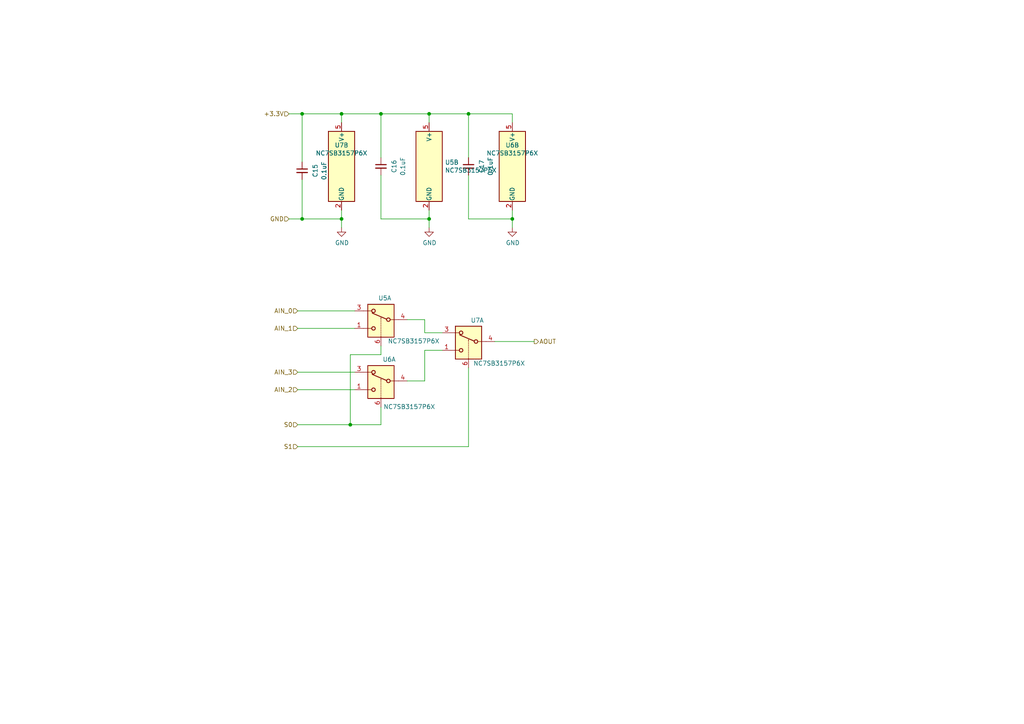
<source format=kicad_sch>
(kicad_sch (version 20210126) (generator eeschema)

  (paper "A4")

  (lib_symbols
    (symbol "Analog_Switch:NC7SB3157P6X" (pin_names (offset 0.127)) (in_bom yes) (on_board yes)
      (property "Reference" "U" (id 0) (at -3.175 4.699 0)
        (effects (font (size 1.27 1.27)) (justify left))
      )
      (property "Value" "NC7SB3157P6X" (id 1) (at -3.175 2.921 0)
        (effects (font (size 1.27 1.27)) (justify left))
      )
      (property "Footprint" "Package_TO_SOT_SMD:SOT-363_SC-70-6" (id 2) (at 0 -7.62 0)
        (effects (font (size 1.27 1.27)) hide)
      )
      (property "Datasheet" "https://www.onsemi.com/pub/Collateral/NC7SB3157-D.PDF" (id 3) (at 0 0 0)
        (effects (font (size 1.27 1.27)) hide)
      )
      (property "ki_keywords" "CMOS Analog Switch" (id 4) (at 0 0 0)
        (effects (font (size 1.27 1.27)) hide)
      )
      (property "ki_description" "Single SPDT Low-Voltage Analog Switch or 2:1 Multiplexer/De-Multiplexer Bus Switch, 10Ohm Ron, SC-70-6" (id 5) (at 0 0 0)
        (effects (font (size 1.27 1.27)) hide)
      )
      (property "ki_fp_filters" "*SC?70*" (id 6) (at 0 0 0)
        (effects (font (size 1.27 1.27)) hide)
      )
      (symbol "NC7SB3157P6X_1_1"
        (circle (center -2.159 -2.54) (radius 0.508) (stroke (width 0.254)) (fill (type none)))
        (circle (center 2.159 -5.08) (radius 0.508) (stroke (width 0.254)) (fill (type none)))
        (circle (center 2.159 0) (radius 0.508) (stroke (width 0.254)) (fill (type none)))
        (rectangle (start -3.81 1.905) (end 3.81 -7.62)
          (stroke (width 0.254)) (fill (type background))
        )
        (polyline
          (pts
            (xy -5.08 -2.54)
            (xy -2.794 -2.54)
          )
          (stroke (width 0)) (fill (type none))
        )
        (polyline
          (pts
            (xy -1.651 -2.413)
            (xy 2.54 -0.635)
          )
          (stroke (width 0.254)) (fill (type none))
        )
        (polyline
          (pts
            (xy 0 -7.62)
            (xy 0 -7.112)
          )
          (stroke (width 0)) (fill (type none))
        )
        (polyline
          (pts
            (xy 0 -6.858)
            (xy 0 -6.604)
          )
          (stroke (width 0)) (fill (type none))
        )
        (polyline
          (pts
            (xy 0 -6.35)
            (xy 0 -6.096)
          )
          (stroke (width 0)) (fill (type none))
        )
        (polyline
          (pts
            (xy 0 -5.842)
            (xy 0 -5.588)
          )
          (stroke (width 0)) (fill (type none))
        )
        (polyline
          (pts
            (xy 0 -5.334)
            (xy 0 -5.08)
          )
          (stroke (width 0)) (fill (type none))
        )
        (polyline
          (pts
            (xy 0 -4.826)
            (xy 0 -4.572)
          )
          (stroke (width 0)) (fill (type none))
        )
        (polyline
          (pts
            (xy 0 -4.318)
            (xy 0 -4.064)
          )
          (stroke (width 0)) (fill (type none))
        )
        (polyline
          (pts
            (xy 0 -3.81)
            (xy 0 -3.556)
          )
          (stroke (width 0)) (fill (type none))
        )
        (polyline
          (pts
            (xy 0 -3.302)
            (xy 0 -3.048)
          )
          (stroke (width 0)) (fill (type none))
        )
        (polyline
          (pts
            (xy 0 -2.794)
            (xy 0 -2.54)
          )
          (stroke (width 0)) (fill (type none))
        )
        (polyline
          (pts
            (xy 0 -2.286)
            (xy 0 -2.032)
          )
          (stroke (width 0)) (fill (type none))
        )
        (polyline
          (pts
            (xy 0 -2.286)
            (xy 0 -2.032)
          )
          (stroke (width 0)) (fill (type none))
        )
        (polyline
          (pts
            (xy 5.08 -5.08)
            (xy 2.794 -5.08)
          )
          (stroke (width 0)) (fill (type none))
        )
        (polyline
          (pts
            (xy 5.08 0)
            (xy 2.794 0)
          )
          (stroke (width 0)) (fill (type none))
        )
        (pin passive line (at 7.62 -5.08 180) (length 2.54)
          (name "~" (effects (font (size 1.27 1.27))))
          (number "1" (effects (font (size 1.27 1.27))))
        )
        (pin passive line (at 7.62 0 180) (length 2.54)
          (name "~" (effects (font (size 1.27 1.27))))
          (number "3" (effects (font (size 1.27 1.27))))
        )
        (pin passive line (at -7.62 -2.54 0) (length 2.54)
          (name "~" (effects (font (size 1.27 1.27))))
          (number "4" (effects (font (size 1.27 1.27))))
        )
        (pin input line (at 0 -10.16 90) (length 2.54)
          (name "~" (effects (font (size 1.27 1.27))))
          (number "6" (effects (font (size 1.27 1.27))))
        )
      )
      (symbol "NC7SB3157P6X_2_0"
        (pin power_in line (at 0 -12.7 90) (length 2.54)
          (name "GND" (effects (font (size 1.27 1.27))))
          (number "2" (effects (font (size 1.27 1.27))))
        )
        (pin power_in line (at 0 12.7 270) (length 2.54)
          (name "V+" (effects (font (size 1.27 1.27))))
          (number "5" (effects (font (size 1.27 1.27))))
        )
      )
      (symbol "NC7SB3157P6X_2_1"
        (rectangle (start -3.81 10.16) (end 3.81 -10.16)
          (stroke (width 0.254)) (fill (type background))
        )
      )
    )
    (symbol "Device:C_Small" (pin_numbers hide) (pin_names (offset 0.254) hide) (in_bom yes) (on_board yes)
      (property "Reference" "C" (id 0) (at 0.254 1.778 0)
        (effects (font (size 1.27 1.27)) (justify left))
      )
      (property "Value" "C_Small" (id 1) (at 0.254 -2.032 0)
        (effects (font (size 1.27 1.27)) (justify left))
      )
      (property "Footprint" "" (id 2) (at 0 0 0)
        (effects (font (size 1.27 1.27)) hide)
      )
      (property "Datasheet" "~" (id 3) (at 0 0 0)
        (effects (font (size 1.27 1.27)) hide)
      )
      (property "ki_keywords" "capacitor cap" (id 4) (at 0 0 0)
        (effects (font (size 1.27 1.27)) hide)
      )
      (property "ki_description" "Unpolarized capacitor, small symbol" (id 5) (at 0 0 0)
        (effects (font (size 1.27 1.27)) hide)
      )
      (property "ki_fp_filters" "C_*" (id 6) (at 0 0 0)
        (effects (font (size 1.27 1.27)) hide)
      )
      (symbol "C_Small_0_1"
        (polyline
          (pts
            (xy -1.524 -0.508)
            (xy 1.524 -0.508)
          )
          (stroke (width 0.3302)) (fill (type none))
        )
        (polyline
          (pts
            (xy -1.524 0.508)
            (xy 1.524 0.508)
          )
          (stroke (width 0.3048)) (fill (type none))
        )
      )
      (symbol "C_Small_1_1"
        (pin passive line (at 0 2.54 270) (length 2.032)
          (name "~" (effects (font (size 1.27 1.27))))
          (number "1" (effects (font (size 1.27 1.27))))
        )
        (pin passive line (at 0 -2.54 90) (length 2.032)
          (name "~" (effects (font (size 1.27 1.27))))
          (number "2" (effects (font (size 1.27 1.27))))
        )
      )
    )
    (symbol "power:GND" (power) (pin_names (offset 0)) (in_bom yes) (on_board yes)
      (property "Reference" "#PWR" (id 0) (at 0 -6.35 0)
        (effects (font (size 1.27 1.27)) hide)
      )
      (property "Value" "GND" (id 1) (at 0 -3.81 0)
        (effects (font (size 1.27 1.27)))
      )
      (property "Footprint" "" (id 2) (at 0 0 0)
        (effects (font (size 1.27 1.27)) hide)
      )
      (property "Datasheet" "" (id 3) (at 0 0 0)
        (effects (font (size 1.27 1.27)) hide)
      )
      (property "ki_keywords" "power-flag" (id 4) (at 0 0 0)
        (effects (font (size 1.27 1.27)) hide)
      )
      (property "ki_description" "Power symbol creates a global label with name \"GND\" , ground" (id 5) (at 0 0 0)
        (effects (font (size 1.27 1.27)) hide)
      )
      (symbol "GND_0_1"
        (polyline
          (pts
            (xy 0 0)
            (xy 0 -1.27)
            (xy 1.27 -1.27)
            (xy 0 -2.54)
            (xy -1.27 -1.27)
            (xy 0 -1.27)
          )
          (stroke (width 0)) (fill (type none))
        )
      )
      (symbol "GND_1_1"
        (pin power_in line (at 0 0 270) (length 0) hide
          (name "GND" (effects (font (size 1.27 1.27))))
          (number "1" (effects (font (size 1.27 1.27))))
        )
      )
    )
  )

  (junction (at 87.63 33.02) (diameter 0.9144) (color 0 0 0 0))
  (junction (at 87.63 63.5) (diameter 0.9144) (color 0 0 0 0))
  (junction (at 99.06 33.02) (diameter 0.9144) (color 0 0 0 0))
  (junction (at 99.06 63.5) (diameter 0.9144) (color 0 0 0 0))
  (junction (at 101.6 123.19) (diameter 0.9144) (color 0 0 0 0))
  (junction (at 110.49 33.02) (diameter 0.9144) (color 0 0 0 0))
  (junction (at 124.46 33.02) (diameter 0.9144) (color 0 0 0 0))
  (junction (at 124.46 63.5) (diameter 0.9144) (color 0 0 0 0))
  (junction (at 135.89 33.02) (diameter 0.9144) (color 0 0 0 0))
  (junction (at 148.59 63.5) (diameter 0.9144) (color 0 0 0 0))

  (wire (pts (xy 83.82 63.5) (xy 87.63 63.5))
    (stroke (width 0) (type solid) (color 0 0 0 0))
    (uuid e9743fcd-cde9-43f0-a379-4fac1284ae7f)
  )
  (wire (pts (xy 86.36 90.17) (xy 102.87 90.17))
    (stroke (width 0) (type solid) (color 0 0 0 0))
    (uuid 339f12f6-d5b6-4ef3-84d4-b0f6afed5690)
  )
  (wire (pts (xy 86.36 107.95) (xy 102.87 107.95))
    (stroke (width 0) (type solid) (color 0 0 0 0))
    (uuid 91cbcadf-ba44-4fd0-8804-9ea6af86cc58)
  )
  (wire (pts (xy 86.36 113.03) (xy 102.87 113.03))
    (stroke (width 0) (type solid) (color 0 0 0 0))
    (uuid debb7135-10c1-4033-8ce4-7d2eb567572f)
  )
  (wire (pts (xy 86.36 123.19) (xy 101.6 123.19))
    (stroke (width 0) (type solid) (color 0 0 0 0))
    (uuid 617caef7-3115-4b1e-9c0a-95e38d005b32)
  )
  (wire (pts (xy 86.36 129.54) (xy 135.89 129.54))
    (stroke (width 0) (type solid) (color 0 0 0 0))
    (uuid fdf3e4eb-792e-4a49-a055-bf992b461e06)
  )
  (wire (pts (xy 87.63 33.02) (xy 83.82 33.02))
    (stroke (width 0) (type solid) (color 0 0 0 0))
    (uuid e6e656c4-c4d9-4afa-97bf-dd5b690a9302)
  )
  (wire (pts (xy 87.63 33.02) (xy 87.63 46.99))
    (stroke (width 0) (type solid) (color 0 0 0 0))
    (uuid e2d90e8e-3a5d-4eda-81b2-03a6e302b770)
  )
  (wire (pts (xy 87.63 52.07) (xy 87.63 63.5))
    (stroke (width 0) (type solid) (color 0 0 0 0))
    (uuid 10f6a1bb-9ca9-4660-adff-0544d25e7040)
  )
  (wire (pts (xy 87.63 63.5) (xy 99.06 63.5))
    (stroke (width 0) (type solid) (color 0 0 0 0))
    (uuid e9743fcd-cde9-43f0-a379-4fac1284ae7f)
  )
  (wire (pts (xy 99.06 33.02) (xy 87.63 33.02))
    (stroke (width 0) (type solid) (color 0 0 0 0))
    (uuid e6e656c4-c4d9-4afa-97bf-dd5b690a9302)
  )
  (wire (pts (xy 99.06 33.02) (xy 99.06 35.56))
    (stroke (width 0) (type solid) (color 0 0 0 0))
    (uuid 3c977bc9-88e4-456b-a03d-4c2f1a81d4f7)
  )
  (wire (pts (xy 99.06 60.96) (xy 99.06 63.5))
    (stroke (width 0) (type solid) (color 0 0 0 0))
    (uuid b39bfa2c-e792-4f41-9e9f-b6e6de51ace2)
  )
  (wire (pts (xy 99.06 63.5) (xy 99.06 66.04))
    (stroke (width 0) (type solid) (color 0 0 0 0))
    (uuid d0cdd1dd-2db3-4722-8d8a-2bee3ceaffa3)
  )
  (wire (pts (xy 101.6 102.87) (xy 110.49 102.87))
    (stroke (width 0) (type solid) (color 0 0 0 0))
    (uuid af266cdf-bf24-4b11-a24e-3171b1c07b75)
  )
  (wire (pts (xy 101.6 123.19) (xy 101.6 102.87))
    (stroke (width 0) (type solid) (color 0 0 0 0))
    (uuid af266cdf-bf24-4b11-a24e-3171b1c07b75)
  )
  (wire (pts (xy 101.6 123.19) (xy 110.49 123.19))
    (stroke (width 0) (type solid) (color 0 0 0 0))
    (uuid 617caef7-3115-4b1e-9c0a-95e38d005b32)
  )
  (wire (pts (xy 102.87 95.25) (xy 86.36 95.25))
    (stroke (width 0) (type solid) (color 0 0 0 0))
    (uuid 1c6890fa-3d1c-4225-8ca9-4736dc18008a)
  )
  (wire (pts (xy 110.49 33.02) (xy 99.06 33.02))
    (stroke (width 0) (type solid) (color 0 0 0 0))
    (uuid 6397fc54-abb6-4870-b144-e37e770b0310)
  )
  (wire (pts (xy 110.49 33.02) (xy 110.49 45.72))
    (stroke (width 0) (type solid) (color 0 0 0 0))
    (uuid 932a62dd-6beb-4403-bd27-6cb2b86ddd09)
  )
  (wire (pts (xy 110.49 50.8) (xy 110.49 63.5))
    (stroke (width 0) (type solid) (color 0 0 0 0))
    (uuid 83dad8f8-7b07-4f34-9480-1a52b72514f2)
  )
  (wire (pts (xy 110.49 63.5) (xy 124.46 63.5))
    (stroke (width 0) (type solid) (color 0 0 0 0))
    (uuid 588337e7-c3bb-4a05-bd90-0f5f70890a98)
  )
  (wire (pts (xy 110.49 102.87) (xy 110.49 100.33))
    (stroke (width 0) (type solid) (color 0 0 0 0))
    (uuid af266cdf-bf24-4b11-a24e-3171b1c07b75)
  )
  (wire (pts (xy 110.49 118.11) (xy 110.49 123.19))
    (stroke (width 0) (type solid) (color 0 0 0 0))
    (uuid 4c13e2e0-f5e3-474e-90aa-ad3f6e4f2689)
  )
  (wire (pts (xy 118.11 110.49) (xy 123.19 110.49))
    (stroke (width 0) (type solid) (color 0 0 0 0))
    (uuid c78fde96-1b6f-49ab-bcd4-de837e74ae7d)
  )
  (wire (pts (xy 123.19 92.71) (xy 118.11 92.71))
    (stroke (width 0) (type solid) (color 0 0 0 0))
    (uuid e0d4f2e5-6bc4-449e-8c93-aaf0db1e7726)
  )
  (wire (pts (xy 123.19 96.52) (xy 123.19 92.71))
    (stroke (width 0) (type solid) (color 0 0 0 0))
    (uuid 85a72c10-8040-4b87-894c-676839dfe1fc)
  )
  (wire (pts (xy 123.19 96.52) (xy 128.27 96.52))
    (stroke (width 0) (type solid) (color 0 0 0 0))
    (uuid 052f129f-499e-4c67-aaad-21aba0c892d4)
  )
  (wire (pts (xy 123.19 101.6) (xy 128.27 101.6))
    (stroke (width 0) (type solid) (color 0 0 0 0))
    (uuid 06f90624-f0a4-4b2c-b3cc-1cb8f6696ac9)
  )
  (wire (pts (xy 123.19 110.49) (xy 123.19 101.6))
    (stroke (width 0) (type solid) (color 0 0 0 0))
    (uuid 05f7041a-602b-4a4d-9155-24d474b8936e)
  )
  (wire (pts (xy 124.46 33.02) (xy 110.49 33.02))
    (stroke (width 0) (type solid) (color 0 0 0 0))
    (uuid 6397fc54-abb6-4870-b144-e37e770b0310)
  )
  (wire (pts (xy 124.46 33.02) (xy 135.89 33.02))
    (stroke (width 0) (type solid) (color 0 0 0 0))
    (uuid 959c99c6-3ee6-4b11-8ee9-9368ebf905c9)
  )
  (wire (pts (xy 124.46 35.56) (xy 124.46 33.02))
    (stroke (width 0) (type solid) (color 0 0 0 0))
    (uuid 86b622e7-15fa-489c-9fc9-3f65291898df)
  )
  (wire (pts (xy 124.46 60.96) (xy 124.46 63.5))
    (stroke (width 0) (type solid) (color 0 0 0 0))
    (uuid 3f35eb28-94fd-437b-804b-be6d733c2b18)
  )
  (wire (pts (xy 124.46 63.5) (xy 124.46 66.04))
    (stroke (width 0) (type solid) (color 0 0 0 0))
    (uuid 3f35eb28-94fd-437b-804b-be6d733c2b18)
  )
  (wire (pts (xy 135.89 33.02) (xy 135.89 45.72))
    (stroke (width 0) (type solid) (color 0 0 0 0))
    (uuid 2e4a6295-36cc-49dc-9848-e2e0f7185430)
  )
  (wire (pts (xy 135.89 33.02) (xy 148.59 33.02))
    (stroke (width 0) (type solid) (color 0 0 0 0))
    (uuid 959c99c6-3ee6-4b11-8ee9-9368ebf905c9)
  )
  (wire (pts (xy 135.89 50.8) (xy 135.89 63.5))
    (stroke (width 0) (type solid) (color 0 0 0 0))
    (uuid 08cc7eba-231a-4cfb-aec9-53b4a2d3df93)
  )
  (wire (pts (xy 135.89 63.5) (xy 148.59 63.5))
    (stroke (width 0) (type solid) (color 0 0 0 0))
    (uuid 08cc7eba-231a-4cfb-aec9-53b4a2d3df93)
  )
  (wire (pts (xy 135.89 129.54) (xy 135.89 106.68))
    (stroke (width 0) (type solid) (color 0 0 0 0))
    (uuid 2e0588d6-ae8f-472c-bd3e-c3d06415d4cc)
  )
  (wire (pts (xy 143.51 99.06) (xy 154.94 99.06))
    (stroke (width 0) (type solid) (color 0 0 0 0))
    (uuid 5fb23401-991e-4e6e-b595-7d98811dd4f6)
  )
  (wire (pts (xy 148.59 33.02) (xy 148.59 35.56))
    (stroke (width 0) (type solid) (color 0 0 0 0))
    (uuid 2341e5ab-e174-4d52-8645-9ad77c27f4d8)
  )
  (wire (pts (xy 148.59 60.96) (xy 148.59 63.5))
    (stroke (width 0) (type solid) (color 0 0 0 0))
    (uuid 69b07830-58c4-4e6d-a5be-c3d9dbc4533d)
  )
  (wire (pts (xy 148.59 63.5) (xy 148.59 66.04))
    (stroke (width 0) (type solid) (color 0 0 0 0))
    (uuid 69b07830-58c4-4e6d-a5be-c3d9dbc4533d)
  )

  (hierarchical_label "+3.3V" (shape input) (at 83.82 33.02 180)
    (effects (font (size 1.27 1.27)) (justify right))
    (uuid 166cbd9a-0059-4026-a64f-6f5451e487d6)
  )
  (hierarchical_label "GND" (shape input) (at 83.82 63.5 180)
    (effects (font (size 1.27 1.27)) (justify right))
    (uuid cd08bcfe-1bad-4f7b-bbd7-7d17d63de532)
  )
  (hierarchical_label "AIN_0" (shape input) (at 86.36 90.17 180)
    (effects (font (size 1.27 1.27)) (justify right))
    (uuid 43484e86-5948-4e5b-b5c7-53a74c20357a)
  )
  (hierarchical_label "AIN_1" (shape input) (at 86.36 95.25 180)
    (effects (font (size 1.27 1.27)) (justify right))
    (uuid ba8d6351-7b58-4006-a64d-f2f14698d402)
  )
  (hierarchical_label "AIN_3" (shape input) (at 86.36 107.95 180)
    (effects (font (size 1.27 1.27)) (justify right))
    (uuid 91040b72-6d76-4074-bcb5-0c8a777e590b)
  )
  (hierarchical_label "AIN_2" (shape input) (at 86.36 113.03 180)
    (effects (font (size 1.27 1.27)) (justify right))
    (uuid 4d0ae593-e9f1-4a58-bfe3-0391dc3de1e4)
  )
  (hierarchical_label "S0" (shape input) (at 86.36 123.19 180)
    (effects (font (size 1.27 1.27)) (justify right))
    (uuid d84c7672-2d06-4900-a70f-7bac52318b6e)
  )
  (hierarchical_label "S1" (shape input) (at 86.36 129.54 180)
    (effects (font (size 1.27 1.27)) (justify right))
    (uuid db3d99a4-205b-49d7-9185-73b806456052)
  )
  (hierarchical_label "AOUT" (shape output) (at 154.94 99.06 0)
    (effects (font (size 1.27 1.27)) (justify left))
    (uuid 3f9bfc95-5758-4689-93ff-ec8549251c57)
  )

  (symbol (lib_id "power:GND") (at 99.06 66.04 0) (unit 1)
    (in_bom yes) (on_board yes)
    (uuid 00000000-0000-0000-0000-000060a19ec7)
    (property "Reference" "#PWR0127" (id 0) (at 99.06 72.39 0)
      (effects (font (size 1.27 1.27)) hide)
    )
    (property "Value" "GND" (id 1) (at 99.187 70.4342 0))
    (property "Footprint" "" (id 2) (at 99.06 66.04 0)
      (effects (font (size 1.27 1.27)) hide)
    )
    (property "Datasheet" "" (id 3) (at 99.06 66.04 0)
      (effects (font (size 1.27 1.27)) hide)
    )
    (pin "1" (uuid 86a081d1-5cee-42cb-ae46-8abd5268f450))
  )

  (symbol (lib_id "power:GND") (at 124.46 66.04 0) (unit 1)
    (in_bom yes) (on_board yes)
    (uuid 00000000-0000-0000-0000-000060a1a6a3)
    (property "Reference" "#PWR0128" (id 0) (at 124.46 72.39 0)
      (effects (font (size 1.27 1.27)) hide)
    )
    (property "Value" "GND" (id 1) (at 124.587 70.4342 0))
    (property "Footprint" "" (id 2) (at 124.46 66.04 0)
      (effects (font (size 1.27 1.27)) hide)
    )
    (property "Datasheet" "" (id 3) (at 124.46 66.04 0)
      (effects (font (size 1.27 1.27)) hide)
    )
    (pin "1" (uuid dddcc6c4-74ea-4da0-bbdd-136f7a8afc2d))
  )

  (symbol (lib_id "power:GND") (at 148.59 66.04 0) (unit 1)
    (in_bom yes) (on_board yes)
    (uuid 00000000-0000-0000-0000-000060a26a03)
    (property "Reference" "#PWR0129" (id 0) (at 148.59 72.39 0)
      (effects (font (size 1.27 1.27)) hide)
    )
    (property "Value" "GND" (id 1) (at 148.717 70.4342 0))
    (property "Footprint" "" (id 2) (at 148.59 66.04 0)
      (effects (font (size 1.27 1.27)) hide)
    )
    (property "Datasheet" "" (id 3) (at 148.59 66.04 0)
      (effects (font (size 1.27 1.27)) hide)
    )
    (pin "1" (uuid 6eb076e1-ab8d-4628-969d-4ca523707cef))
  )

  (symbol (lib_id "Device:C_Small") (at 87.63 49.53 0) (unit 1)
    (in_bom yes) (on_board yes)
    (uuid 9813b938-8ca9-4953-ab4a-0ac598cdba15)
    (property "Reference" "C15" (id 0) (at 91.44 49.53 90))
    (property "Value" "0.1uF" (id 1) (at 93.98 49.53 90))
    (property "Footprint" "Capacitor_SMD:C_0603_1608Metric" (id 2) (at 87.63 49.53 0)
      (effects (font (size 1.27 1.27)) hide)
    )
    (property "Datasheet" "https://datasheet.lcsc.com/lcsc/1810181652_CCTC-TCC0603X7R104K500CT_C282519.pdf" (id 3) (at 87.63 49.53 0)
      (effects (font (size 1.27 1.27)) hide)
    )
    (property "Manufacturer" "CCTC" (id 4) (at 87.63 49.53 0)
      (effects (font (size 1.27 1.27)) hide)
    )
    (property "Manufacturer Number" "TCC0603X7R104K500CT" (id 5) (at 87.63 49.53 0)
      (effects (font (size 1.27 1.27)) hide)
    )
    (property "Package" "0603" (id 4) (at 87.63 49.53 0)
      (effects (font (size 1.27 1.27)) hide)
    )
    (pin "1" (uuid 04f005a0-625a-472b-82fa-8564eb5a3507))
    (pin "2" (uuid 83f9eaa2-b969-4fd2-98e5-f3d2b06e76d6))
  )

  (symbol (lib_id "Device:C_Small") (at 110.49 48.26 0) (unit 1)
    (in_bom yes) (on_board yes)
    (uuid fb3d5b4b-d4fe-457a-8086-0dc7bfb801c3)
    (property "Reference" "C16" (id 0) (at 114.3 48.26 90))
    (property "Value" "0.1uF" (id 1) (at 116.84 48.26 90))
    (property "Footprint" "Capacitor_SMD:C_0603_1608Metric" (id 2) (at 110.49 48.26 0)
      (effects (font (size 1.27 1.27)) hide)
    )
    (property "Datasheet" "https://datasheet.lcsc.com/lcsc/1810181652_CCTC-TCC0603X7R104K500CT_C282519.pdf" (id 3) (at 110.49 48.26 0)
      (effects (font (size 1.27 1.27)) hide)
    )
    (property "Manufacturer" "CCTC" (id 4) (at 110.49 48.26 0)
      (effects (font (size 1.27 1.27)) hide)
    )
    (property "Manufacturer Number" "TCC0603X7R104K500CT" (id 5) (at 110.49 48.26 0)
      (effects (font (size 1.27 1.27)) hide)
    )
    (property "Package" "0603" (id 4) (at 110.49 48.26 0)
      (effects (font (size 1.27 1.27)) hide)
    )
    (pin "1" (uuid 04f005a0-625a-472b-82fa-8564eb5a3507))
    (pin "2" (uuid 83f9eaa2-b969-4fd2-98e5-f3d2b06e76d6))
  )

  (symbol (lib_id "Device:C_Small") (at 135.89 48.26 0) (unit 1)
    (in_bom yes) (on_board yes)
    (uuid 5fca23a0-d26f-4932-bcf1-948b2442920c)
    (property "Reference" "C17" (id 0) (at 139.7 48.26 90))
    (property "Value" "0.1uF" (id 1) (at 142.24 48.26 90))
    (property "Footprint" "Capacitor_SMD:C_0603_1608Metric" (id 2) (at 135.89 48.26 0)
      (effects (font (size 1.27 1.27)) hide)
    )
    (property "Datasheet" "https://datasheet.lcsc.com/lcsc/1810181652_CCTC-TCC0603X7R104K500CT_C282519.pdf" (id 3) (at 135.89 48.26 0)
      (effects (font (size 1.27 1.27)) hide)
    )
    (property "Manufacturer" "CCTC" (id 4) (at 135.89 48.26 0)
      (effects (font (size 1.27 1.27)) hide)
    )
    (property "Manufacturer Number" "TCC0603X7R104K500CT" (id 5) (at 135.89 48.26 0)
      (effects (font (size 1.27 1.27)) hide)
    )
    (property "Package" "0603" (id 4) (at 135.89 48.26 0)
      (effects (font (size 1.27 1.27)) hide)
    )
    (pin "1" (uuid 04f005a0-625a-472b-82fa-8564eb5a3507))
    (pin "2" (uuid 83f9eaa2-b969-4fd2-98e5-f3d2b06e76d6))
  )

  (symbol (lib_id "Analog_Switch:NC7SB3157P6X") (at 110.49 90.17 0) (mirror y) (unit 1)
    (in_bom yes) (on_board yes)
    (uuid 00000000-0000-0000-0000-000060a0ebc3)
    (property "Reference" "U5" (id 0) (at 113.538 86.4616 0)
      (effects (font (size 1.27 1.27)) (justify left))
    )
    (property "Value" "NC7SB3157P6X" (id 1) (at 127.508 98.933 0)
      (effects (font (size 1.27 1.27)) (justify left))
    )
    (property "Footprint" "Package_TO_SOT_SMD:SOT-363_SC-70-6" (id 2) (at 110.49 97.79 0)
      (effects (font (size 1.27 1.27)) hide)
    )
    (property "Datasheet" "https://www.onsemi.com/pub/Collateral/NC7SB3157-D.PDF" (id 3) (at 110.49 90.17 0)
      (effects (font (size 1.27 1.27)) hide)
    )
    (property "Manufacturer" "ON Semiconductor" (id 4) (at 110.49 90.17 0)
      (effects (font (size 1.27 1.27)) hide)
    )
    (property "Manufacturer Number" "NC7SB3157P6X" (id 5) (at 110.49 90.17 0)
      (effects (font (size 1.27 1.27)) hide)
    )
    (property "Package" "SC-70-6(SOT-363)" (id 4) (at 110.49 90.17 0)
      (effects (font (size 1.27 1.27)) hide)
    )
    (pin "1" (uuid a1b0ec30-1b1b-40f5-8a0e-465dd4e2cea2))
    (pin "3" (uuid cdb2ca2c-18b9-47d2-a989-e2b1e85652a2))
    (pin "4" (uuid 07a46093-32e6-405a-bc98-92362f7cecbe))
    (pin "6" (uuid 13da018f-0828-49f1-8dfc-449aba270d5e))
  )

  (symbol (lib_id "Analog_Switch:NC7SB3157P6X") (at 110.49 107.95 0) (mirror y) (unit 1)
    (in_bom yes) (on_board yes)
    (uuid 00000000-0000-0000-0000-000060a25fd4)
    (property "Reference" "U6" (id 0) (at 114.808 104.2416 0)
      (effects (font (size 1.27 1.27)) (justify left))
    )
    (property "Value" "NC7SB3157P6X" (id 1) (at 126.238 117.983 0)
      (effects (font (size 1.27 1.27)) (justify left))
    )
    (property "Footprint" "Package_TO_SOT_SMD:SOT-363_SC-70-6" (id 2) (at 110.49 115.57 0)
      (effects (font (size 1.27 1.27)) hide)
    )
    (property "Datasheet" "https://www.onsemi.com/pub/Collateral/NC7SB3157-D.PDF" (id 3) (at 110.49 107.95 0)
      (effects (font (size 1.27 1.27)) hide)
    )
    (property "Manufacturer" "ON Semiconductor" (id 4) (at 110.49 107.95 0)
      (effects (font (size 1.27 1.27)) hide)
    )
    (property "Manufacturer Number" "NC7SB3157P6X" (id 5) (at 110.49 107.95 0)
      (effects (font (size 1.27 1.27)) hide)
    )
    (property "Package" "SC-70-6(SOT-363)" (id 4) (at 110.49 107.95 0)
      (effects (font (size 1.27 1.27)) hide)
    )
    (pin "1" (uuid 2edca83f-ab3e-4372-8abc-3cde5afdd642))
    (pin "3" (uuid ddc99c71-2469-4a6b-93a9-c1049382363a))
    (pin "4" (uuid 107321a2-9252-4c7e-b680-25575b2e78cb))
    (pin "6" (uuid 855b4e17-fdae-4040-90bd-db53aa703d94))
  )

  (symbol (lib_id "Analog_Switch:NC7SB3157P6X") (at 135.89 96.52 0) (mirror y) (unit 1)
    (in_bom yes) (on_board yes)
    (uuid 00000000-0000-0000-0000-000060a0887d)
    (property "Reference" "U7" (id 0) (at 138.43 92.9132 0))
    (property "Value" "NC7SB3157P6X" (id 1) (at 144.78 105.3846 0))
    (property "Footprint" "Package_TO_SOT_SMD:SOT-363_SC-70-6" (id 2) (at 135.89 104.14 0)
      (effects (font (size 1.27 1.27)) hide)
    )
    (property "Datasheet" "https://www.onsemi.com/pub/Collateral/NC7SB3157-D.PDF" (id 3) (at 135.89 96.52 0)
      (effects (font (size 1.27 1.27)) hide)
    )
    (property "Manufacturer" "ON Semiconductor" (id 4) (at 135.89 96.52 0)
      (effects (font (size 1.27 1.27)) hide)
    )
    (property "Manufacturer Number" "NC7SB3157P6X" (id 5) (at 135.89 96.52 0)
      (effects (font (size 1.27 1.27)) hide)
    )
    (property "Package" "SC-70-6(SOT-363)" (id 4) (at 135.89 96.52 0)
      (effects (font (size 1.27 1.27)) hide)
    )
    (pin "1" (uuid 1c4b7f40-f6dc-4115-b3fa-2130c7fa142a))
    (pin "3" (uuid 3952de20-751a-4ffd-8e07-ee52609bac68))
    (pin "4" (uuid 768b4051-ddd9-43a7-85d4-b022aa3ea959))
    (pin "6" (uuid df204e64-787b-4e73-85bf-7f32e8a60568))
  )

  (symbol (lib_id "Analog_Switch:NC7SB3157P6X") (at 99.06 48.26 0) (mirror y) (unit 2)
    (in_bom yes) (on_board yes)
    (uuid 00000000-0000-0000-0000-000060a0ebbd)
    (property "Reference" "U7" (id 0) (at 99.06 42.1132 0))
    (property "Value" "NC7SB3157P6X" (id 1) (at 99.06 44.4246 0))
    (property "Footprint" "Package_TO_SOT_SMD:SOT-363_SC-70-6" (id 2) (at 99.06 55.88 0)
      (effects (font (size 1.27 1.27)) hide)
    )
    (property "Datasheet" "https://www.onsemi.com/pub/Collateral/NC7SB3157-D.PDF" (id 3) (at 99.06 48.26 0)
      (effects (font (size 1.27 1.27)) hide)
    )
    (property "Manufacturer" "ON Semiconductor" (id 4) (at 99.06 48.26 0)
      (effects (font (size 1.27 1.27)) hide)
    )
    (property "Manufacturer Number" "NC7SB3157P6X" (id 5) (at 99.06 48.26 0)
      (effects (font (size 1.27 1.27)) hide)
    )
    (property "Package" "SC-70-6(SOT-363)" (id 4) (at 99.06 48.26 0)
      (effects (font (size 1.27 1.27)) hide)
    )
    (pin "2" (uuid 3a114627-8d7d-4c20-8e3f-154c44b828a0))
    (pin "5" (uuid 8928027c-2f4a-4570-b738-69bfdcb5c375))
  )

  (symbol (lib_id "Analog_Switch:NC7SB3157P6X") (at 124.46 48.26 0) (unit 2)
    (in_bom yes) (on_board yes)
    (uuid 00000000-0000-0000-0000-000060a09bb5)
    (property "Reference" "U5" (id 0) (at 129.032 47.0916 0)
      (effects (font (size 1.27 1.27)) (justify left))
    )
    (property "Value" "NC7SB3157P6X" (id 1) (at 129.032 49.403 0)
      (effects (font (size 1.27 1.27)) (justify left))
    )
    (property "Footprint" "Package_TO_SOT_SMD:SOT-363_SC-70-6" (id 2) (at 124.46 55.88 0)
      (effects (font (size 1.27 1.27)) hide)
    )
    (property "Datasheet" "https://www.onsemi.com/pub/Collateral/NC7SB3157-D.PDF" (id 3) (at 124.46 48.26 0)
      (effects (font (size 1.27 1.27)) hide)
    )
    (property "Manufacturer" "ON Semiconductor" (id 4) (at 124.46 48.26 0)
      (effects (font (size 1.27 1.27)) hide)
    )
    (property "Manufacturer Number" "NC7SB3157P6X" (id 5) (at 124.46 48.26 0)
      (effects (font (size 1.27 1.27)) hide)
    )
    (property "Package" "SC-70-6(SOT-363)" (id 4) (at 124.46 48.26 0)
      (effects (font (size 1.27 1.27)) hide)
    )
    (pin "2" (uuid 99e121a8-9e11-4d61-bbdc-0004b5d502a6))
    (pin "5" (uuid 08f14201-2d55-4477-a993-68630f89bdba))
  )

  (symbol (lib_id "Analog_Switch:NC7SB3157P6X") (at 148.59 48.26 0) (mirror y) (unit 2)
    (in_bom yes) (on_board yes)
    (uuid 00000000-0000-0000-0000-000060a22641)
    (property "Reference" "U6" (id 0) (at 148.59 42.1132 0))
    (property "Value" "NC7SB3157P6X" (id 1) (at 148.59 44.4246 0))
    (property "Footprint" "Package_TO_SOT_SMD:SOT-363_SC-70-6" (id 2) (at 148.59 55.88 0)
      (effects (font (size 1.27 1.27)) hide)
    )
    (property "Datasheet" "https://www.onsemi.com/pub/Collateral/NC7SB3157-D.PDF" (id 3) (at 148.59 48.26 0)
      (effects (font (size 1.27 1.27)) hide)
    )
    (property "Manufacturer" "ON Semiconductor" (id 4) (at 148.59 48.26 0)
      (effects (font (size 1.27 1.27)) hide)
    )
    (property "Manufacturer Number" "NC7SB3157P6X" (id 5) (at 148.59 48.26 0)
      (effects (font (size 1.27 1.27)) hide)
    )
    (property "Package" "SC-70-6(SOT-363)" (id 4) (at 148.59 48.26 0)
      (effects (font (size 1.27 1.27)) hide)
    )
    (pin "2" (uuid 9714439d-e751-466f-a2b6-f61f03deb5a2))
    (pin "5" (uuid fbda6316-3fdd-48db-8001-18fe53a3e216))
  )
)

</source>
